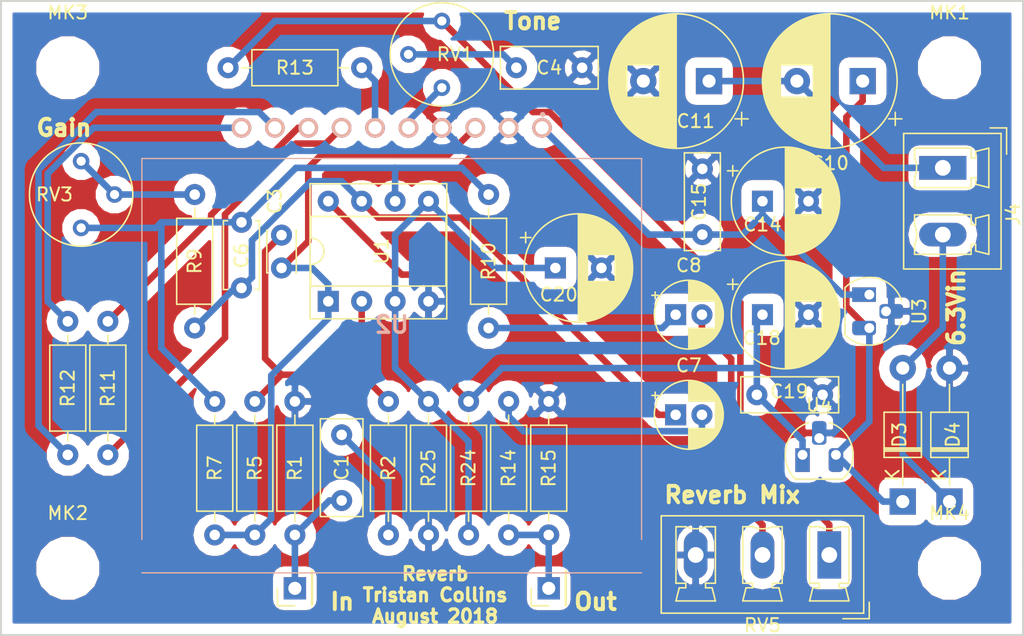
<source format=kicad_pcb>
(kicad_pcb (version 20171130) (host pcbnew "(5.0.0-3-g5ebb6b6)")
  (layers (0 F.Cu signal) (31 B.Cu signal) (34 B.Paste user) (35 F.Paste user) (36 B.SilkS user) (37 F.SilkS user) (38 B.Mask user) (39 F.Mask user) (44 Edge.Cuts user))
  (net 0 "")
  (net 1 "Net-(C6-Pad1)")
  (net 2 "Net-(C7-Pad2)")
  (net 3 "Net-(C8-Pad1)")
  (net 4 "Net-(C10-Pad1)")
  (net 5 "Net-(C10-Pad2)")
  (net 6 GNDD)
  (net 7 +5V)
  (net 8 +9V)
  (net 9 VAA)
  (net 10 "Net-(C3-Pad2)")
  (net 11 "Net-(C3-Pad1)")
  (net 12 "Net-(C6-Pad2)")
  (net 13 "Net-(R11-Pad1)")
  (net 14 "Net-(R11-Pad2)")
  (net 15 "Net-(R12-Pad2)")
  (net 16 "Net-(R12-Pad1)")
  (net 17 "Net-(R13-Pad2)")
  (net 18 "Net-(C4-Pad2)")
  (net 19 "Net-(C8-Pad2)")
  (net 20 "Net-(D3-Pad2)")
  (net 21 "Net-(C1-Pad1)")
  (net 22 "Net-(R9-Pad2)")
  (net 23 "Net-(R13-Pad1)")
  (net 24 "Net-(RV1-Pad1)")
  (net 25 /ToReverb)
  (net 26 /FromReverb)
  (module EFX-BTDR:EFXBTDR3HL (layer B.Cu) (at 140.716 109.22)
    (fp_text reference U2 (at -11.43 14.986) (layer B.SilkS) (effects (font (size 1.27 1.27) (thickness 0.254)) (justify mirror)))
    (fp_text value EFX-BTDR-3H-L hide)
    (pad 10 thru_hole circle (at -22.86 0 270) (size 1.5 1.5) (drill 1) (layers *.Cu *.Mask B.SilkS) (net 15 "Net-(R12-Pad2)"))
    (pad 9 thru_hole circle (at -20.32 0 270) (size 1.5 1.5) (drill 1) (layers *.Cu *.Mask B.SilkS) (net 16 "Net-(R12-Pad1)"))
    (pad 8 thru_hole circle (at -17.78 0 270) (size 1.5 1.5) (drill 1) (layers *.Cu *.Mask B.SilkS) (net 14 "Net-(R11-Pad2)"))
    (pad 7 thru_hole circle (at -15.24 0 270) (size 1.5 1.5) (drill 1) (layers *.Cu *.Mask B.SilkS) (net 13 "Net-(R11-Pad1)"))
    (pad 1 thru_hole circle (at 0 0 270) (size 1.5 1.5) (drill 1) (layers *.Cu *.Mask B.SilkS) (net 7 +5V))
    (pad 2 thru_hole circle (at -2.54 0 270) (size 1.5 1.5) (drill 1) (layers *.Cu *.Mask B.SilkS) (net 6 GNDD))
    (pad 3 thru_hole circle (at -5.08 0 270) (size 1.5 1.5) (drill 1) (layers *.Cu *.Mask B.SilkS) (net 11 "Net-(C3-Pad1)"))
    (pad 4 thru_hole circle (at -7.62 0 270) (size 1.5 1.5) (drill 1) (layers *.Cu *.Mask B.SilkS) (net 6 GNDD))
    (pad 5 thru_hole circle (at -10.16 0 270) (size 1.5 1.5) (drill 1) (layers *.Cu *.Mask B.SilkS) (net 24 "Net-(RV1-Pad1)"))
    (pad 6 thru_hole circle (at -12.7 0 270) (size 1.5 1.5) (drill 1) (layers *.Cu *.Mask B.SilkS) (net 17 "Net-(R13-Pad2)"))
  )
  (module Connector_Phoenix_MC_HighVoltage:PhoenixContact_MCV_1,5_3-G-5.08_1x03_P5.08mm_Vertical (layer F.Cu) (at 162.56 141.732 180)
    (fp_text reference RV5 (at 5.08 -5.35 180) (layer F.SilkS))
    (fp_text value "50k Log")
    (pad 1 thru_hole rect (at 0 0 180) (size 1.8 3.6) (drill 1.2) (layers *.Cu *.Mask) (net 23 "Net-(R13-Pad1)"))
    (pad 2 thru_hole oval (at 5.08 0 180) (size 1.8 3.6) (drill 1.2) (layers *.Cu *.Mask) (net 19 "Net-(C8-Pad2)"))
    (pad 3 thru_hole oval (at 10.16 0 180) (size 1.8 3.6) (drill 1.2) (layers *.Cu *.Mask) (net 6 GNDD))
  )
  (module Capacitor_THT:C_Rect_L7.2mm_W2.5mm_P5.00mm_FKS2_FKP2_MKS2_MKP2 (layer F.Cu) (at 152.908 112.348 270)
    (fp_text reference C15 (at 2.5 0.254 270) (layer F.SilkS))
    (fp_text value "100n 25V")
    (pad 1 thru_hole circle (at 0 0 270) (size 1.6 1.6) (drill 0.8) (layers *.Cu *.Mask) (net 6 GNDD))
    (pad 2 thru_hole circle (at 5 0 270) (size 1.6 1.6) (drill 0.8) (layers *.Cu *.Mask) (net 7 +5V))
  )
  (module Potentiometer_THT:Potentiometer_Bourns_3339P_Vertical (layer F.Cu) (at 105.664 111.76 180)
    (fp_text reference RV3 (at 2.032 -2.54 180) (layer F.SilkS))
    (fp_text value "10k Log")
    (pad 1 thru_hole circle (at 0 0 180) (size 1.26 1.26) (drill 0.7) (layers *.Cu *.Mask) (net 22 "Net-(R9-Pad2)"))
    (pad 2 thru_hole circle (at -2.54 -2.54 180) (size 1.26 1.26) (drill 0.7) (layers *.Cu *.Mask) (net 22 "Net-(R9-Pad2)"))
    (pad 3 thru_hole circle (at 0 -5.08 180) (size 1.26 1.26) (drill 0.7) (layers *.Cu *.Mask) (net 12 "Net-(C6-Pad2)"))
  )
  (module TCcustom:R_Axial_DIN0207_L6.3mm_D2.5mm_P10.16mm_Horizontal_TC (layer F.Cu) (at 135.128 130.048 270)
    (fp_text reference R24 (at 5.08 0 270) (layer F.SilkS))
    (fp_text value 100k)
    (pad 2 thru_hole oval (at 10.16 0 270) (size 1.6 1.6) (drill 0.8) (layers *.Cu *.Mask) (net 9 VAA))
    (pad 1 thru_hole circle (at 0 0 270) (size 1.6 1.6) (drill 0.8) (layers *.Cu *.Mask) (net 8 +9V))
  )
  (module Capacitor_THT:CP_Radial_D8.0mm_P3.50mm (layer F.Cu) (at 157.48 123.444)
    (fp_text reference C18 (at -0.056 1.778) (layer F.SilkS))
    (fp_text value "10u 25V")
    (pad 2 thru_hole circle (at 3.5 0) (size 1.6 1.6) (drill 0.8) (layers *.Cu *.Mask) (net 6 GNDD))
    (pad 1 thru_hole rect (at 0 0) (size 1.6 1.6) (drill 0.8) (layers *.Cu *.Mask) (net 8 +9V))
  )
  (module Capacitor_THT:CP_Radial_D8.0mm_P3.50mm (layer F.Cu) (at 157.48 114.808)
    (fp_text reference C14 (at 0 1.778) (layer F.SilkS))
    (fp_text value "10u 25V")
    (pad 2 thru_hole circle (at 3.5 0) (size 1.6 1.6) (drill 0.8) (layers *.Cu *.Mask) (net 6 GNDD))
    (pad 1 thru_hole rect (at 0 0) (size 1.6 1.6) (drill 0.8) (layers *.Cu *.Mask) (net 7 +5V))
  )
  (module Capacitor_THT:CP_Radial_D8.0mm_P3.50mm (layer F.Cu) (at 141.732 119.888)
    (fp_text reference C20 (at 0.254 2.032) (layer F.SilkS))
    (fp_text value "10u 25V")
    (pad 1 thru_hole rect (at 0 0) (size 1.6 1.6) (drill 0.8) (layers *.Cu *.Mask) (net 9 VAA))
    (pad 2 thru_hole circle (at 3.5 0) (size 1.6 1.6) (drill 0.8) (layers *.Cu *.Mask) (net 6 GNDD))
  )
  (module Diode_THT:D_T-1_P10.16mm_Horizontal (layer F.Cu) (at 168.148 137.668 90)
    (fp_text reference D3 (at 5.08 -0.254 90) (layer F.SilkS))
    (fp_text value UF4007)
    (fp_text user K (at 2.032 -0.762 90) (layer F.SilkS))
    (pad 1 thru_hole rect (at 0 0 90) (size 2 2) (drill 1) (layers *.Cu *.Mask) (net 4 "Net-(C10-Pad1)"))
    (pad 2 thru_hole oval (at 10.16 0 90) (size 2 2) (drill 1) (layers *.Cu *.Mask) (net 20 "Net-(D3-Pad2)"))
  )
  (module Diode_THT:D_T-1_P10.16mm_Horizontal (layer F.Cu) (at 171.704 137.668 90)
    (fp_text reference D4 (at 5.08 0.254 90) (layer F.SilkS))
    (fp_text value UF4007)
    (fp_text user K (at 2.032 -0.762 90) (layer F.SilkS))
    (pad 2 thru_hole oval (at 10.16 0 90) (size 2 2) (drill 1) (layers *.Cu *.Mask) (net 6 GNDD))
    (pad 1 thru_hole rect (at 0 0 90) (size 2 2) (drill 1) (layers *.Cu *.Mask) (net 20 "Net-(D3-Pad2)"))
  )
  (module TCcustom:R_Axial_DIN0207_L6.3mm_D2.5mm_P10.16mm_Horizontal_TC (layer F.Cu) (at 138.176 140.208 90)
    (fp_text reference R14 (at 5.08 0 90) (layer F.SilkS))
    (fp_text value 1k)
    (pad 2 thru_hole oval (at 10.16 0 90) (size 1.6 1.6) (drill 0.8) (layers *.Cu *.Mask) (net 2 "Net-(C7-Pad2)"))
    (pad 1 thru_hole circle (at 0 0 90) (size 1.6 1.6) (drill 0.8) (layers *.Cu *.Mask) (net 26 /FromReverb))
  )
  (module TCcustom:R_Axial_DIN0207_L6.3mm_D2.5mm_P10.16mm_Horizontal_TC (layer F.Cu) (at 104.648 134.112 90)
    (fp_text reference R12 (at 5.08 0 90) (layer F.SilkS))
    (fp_text value 9.5k)
    (pad 2 thru_hole oval (at 10.16 0 90) (size 1.6 1.6) (drill 0.8) (layers *.Cu *.Mask) (net 15 "Net-(R12-Pad2)"))
    (pad 1 thru_hole circle (at 0 0 90) (size 1.6 1.6) (drill 0.8) (layers *.Cu *.Mask) (net 16 "Net-(R12-Pad1)"))
  )
  (module Connector_Phoenix_MC_HighVoltage:PhoenixContact_MCV_1,5_2-G-5.08_1x02_P5.08mm_Vertical (layer F.Cu) (at 171.196 112.268 270)
    (fp_text reference J4 (at 3.54 -5.35 270) (layer F.SilkS))
    (fp_text value Screw_Terminal_1x02)
    (pad 1 thru_hole rect (at 0 0 270) (size 1.8 3.6) (drill 1.2) (layers *.Cu *.Mask) (net 5 "Net-(C10-Pad2)"))
    (pad 2 thru_hole oval (at 5.08 0 270) (size 1.8 3.6) (drill 1.2) (layers *.Cu *.Mask) (net 20 "Net-(D3-Pad2)"))
  )
  (module MountingHole:MountingHole_3.2mm_M3 (layer F.Cu) (at 171.704 104.648)
    (fp_text reference MK1 (at 0 -4.2) (layer F.SilkS))
    (fp_text value Mounting_Hole)
    (pad 1 np_thru_hole circle (at 0 0) (size 3.2 3.2) (drill 3.2) (layers *.Cu *.Mask))
  )
  (module MountingHole:MountingHole_3.2mm_M3 (layer F.Cu) (at 104.648 142.748)
    (fp_text reference MK2 (at 0 -4.2) (layer F.SilkS))
    (fp_text value Mounting_Hole)
    (pad 1 np_thru_hole circle (at 0 0) (size 3.2 3.2) (drill 3.2) (layers *.Cu *.Mask))
  )
  (module MountingHole:MountingHole_3.2mm_M3 (layer F.Cu) (at 104.648 104.648)
    (fp_text reference MK3 (at 0 -4.2) (layer F.SilkS))
    (fp_text value Mounting_Hole)
    (pad 1 np_thru_hole circle (at 0 0) (size 3.2 3.2) (drill 3.2) (layers *.Cu *.Mask))
  )
  (module Package_DIP:DIP-8_W7.62mm_Socket (layer F.Cu) (at 124.46 122.428 90)
    (fp_text reference U1 (at 3.81 4.064 90) (layer F.SilkS))
    (fp_text value TL072)
    (pad 1 thru_hole rect (at 0 0 90) (size 1.6 1.6) (drill 0.8) (layers *.Cu *.Mask) (net 11 "Net-(C3-Pad1)"))
    (pad 5 thru_hole oval (at 7.62 7.62 90) (size 1.6 1.6) (drill 0.8) (layers *.Cu *.Mask) (net 9 VAA))
    (pad 2 thru_hole oval (at 0 2.54 90) (size 1.6 1.6) (drill 0.8) (layers *.Cu *.Mask) (net 10 "Net-(C3-Pad2)"))
    (pad 6 thru_hole oval (at 7.62 5.08 90) (size 1.6 1.6) (drill 0.8) (layers *.Cu *.Mask) (net 12 "Net-(C6-Pad2)"))
    (pad 3 thru_hole oval (at 0 5.08 90) (size 1.6 1.6) (drill 0.8) (layers *.Cu *.Mask) (net 9 VAA))
    (pad 7 thru_hole oval (at 7.62 2.54 90) (size 1.6 1.6) (drill 0.8) (layers *.Cu *.Mask) (net 1 "Net-(C6-Pad1)"))
    (pad 4 thru_hole oval (at 0 7.62 90) (size 1.6 1.6) (drill 0.8) (layers *.Cu *.Mask) (net 6 GNDD))
    (pad 8 thru_hole oval (at 7.62 0 90) (size 1.6 1.6) (drill 0.8) (layers *.Cu *.Mask) (net 8 +9V))
  )
  (module Potentiometer_THT:Potentiometer_Bourns_3339P_Vertical (layer F.Cu) (at 133.096 106.172)
    (fp_text reference RV1 (at 1.016 -2.54) (layer F.SilkS))
    (fp_text value "5k Lin")
    (pad 1 thru_hole circle (at 0 0) (size 1.26 1.26) (drill 0.7) (layers *.Cu *.Mask) (net 24 "Net-(RV1-Pad1)"))
    (pad 2 thru_hole circle (at -2.54 -2.54) (size 1.26 1.26) (drill 0.7) (layers *.Cu *.Mask) (net 18 "Net-(C4-Pad2)"))
    (pad 3 thru_hole circle (at 0 -5.08) (size 1.26 1.26) (drill 0.7) (layers *.Cu *.Mask) (net 23 "Net-(R13-Pad1)"))
  )
  (module Capacitor_THT:C_Rect_L7.2mm_W3.0mm_P5.00mm_FKS2_FKP2_MKS2_MKP2 (layer F.Cu) (at 125.476 132.588 270)
    (fp_text reference C1 (at 2.5 0 270) (layer F.SilkS))
    (fp_text value "22n 25V")
    (pad 1 thru_hole circle (at 0 0 270) (size 1.6 1.6) (drill 0.8) (layers *.Cu *.Mask) (net 21 "Net-(C1-Pad1)"))
    (pad 2 thru_hole circle (at 5 0 270) (size 1.6 1.6) (drill 0.8) (layers *.Cu *.Mask) (net 25 /ToReverb))
  )
  (module Capacitor_THT:C_Rect_L7.2mm_W3.0mm_P5.00mm_FKS2_FKP2_MKS2_MKP2 (layer F.Cu) (at 143.764 104.648 180)
    (fp_text reference C4 (at 2.5 0 180) (layer F.SilkS))
    (fp_text value "220n 25V")
    (pad 2 thru_hole circle (at 5 0 180) (size 1.6 1.6) (drill 0.8) (layers *.Cu *.Mask) (net 18 "Net-(C4-Pad2)"))
    (pad 1 thru_hole circle (at 0 0 180) (size 1.6 1.6) (drill 0.8) (layers *.Cu *.Mask) (net 6 GNDD))
  )
  (module Capacitor_THT:C_Disc_D5.0mm_W2.5mm_P5.00mm (layer F.Cu) (at 117.856 121.412 90)
    (fp_text reference C6 (at 2.46 0 90) (layer F.SilkS))
    (fp_text value 100p)
    (pad 1 thru_hole circle (at 0 0 90) (size 1.6 1.6) (drill 0.8) (layers *.Cu *.Mask) (net 1 "Net-(C6-Pad1)"))
    (pad 2 thru_hole circle (at 5 0 90) (size 1.6 1.6) (drill 0.8) (layers *.Cu *.Mask) (net 12 "Net-(C6-Pad2)"))
  )
  (module Capacitor_THT:CP_Radial_D5.0mm_P2.00mm (layer F.Cu) (at 150.876 131.064)
    (fp_text reference C7 (at 1 -3.75) (layer F.SilkS))
    (fp_text value "1u 25V")
    (pad 1 thru_hole rect (at 0 0) (size 1.6 1.6) (drill 0.8) (layers *.Cu *.Mask) (net 1 "Net-(C6-Pad1)"))
    (pad 2 thru_hole circle (at 2 0) (size 1.6 1.6) (drill 0.8) (layers *.Cu *.Mask) (net 2 "Net-(C7-Pad2)"))
  )
  (module Capacitor_THT:CP_Radial_D5.0mm_P2.00mm (layer F.Cu) (at 150.876 123.444)
    (fp_text reference C8 (at 1 -3.75) (layer F.SilkS))
    (fp_text value "1u 25V")
    (pad 2 thru_hole circle (at 2 0) (size 1.6 1.6) (drill 0.8) (layers *.Cu *.Mask) (net 19 "Net-(C8-Pad2)"))
    (pad 1 thru_hole rect (at 0 0) (size 1.6 1.6) (drill 0.8) (layers *.Cu *.Mask) (net 3 "Net-(C8-Pad1)"))
  )
  (module Capacitor_THT:C_Rect_L7.2mm_W2.5mm_P5.00mm_FKS2_FKP2_MKS2_MKP2 (layer F.Cu) (at 162.052 129.54 180)
    (fp_text reference C19 (at 2.54 0.254 180) (layer F.SilkS))
    (fp_text value "100n 25V")
    (pad 2 thru_hole circle (at 5 0 180) (size 1.6 1.6) (drill 0.8) (layers *.Cu *.Mask) (net 8 +9V))
    (pad 1 thru_hole circle (at 0 0 180) (size 1.6 1.6) (drill 0.8) (layers *.Cu *.Mask) (net 6 GNDD))
  )
  (module TCcustom:R_Axial_DIN0207_L6.3mm_D2.5mm_P10.16mm_Horizontal_TC (layer F.Cu) (at 121.92 140.208 90)
    (fp_text reference R1 (at 5.08 0 90) (layer F.SilkS))
    (fp_text value 1Meg)
    (pad 1 thru_hole circle (at 0 0 90) (size 1.6 1.6) (drill 0.8) (layers *.Cu *.Mask) (net 25 /ToReverb))
    (pad 2 thru_hole oval (at 10.16 0 90) (size 1.6 1.6) (drill 0.8) (layers *.Cu *.Mask) (net 6 GNDD))
  )
  (module TCcustom:R_Axial_DIN0207_L6.3mm_D2.5mm_P10.16mm_Horizontal_TC (layer F.Cu) (at 129.032 130.048 270)
    (fp_text reference R2 (at 5.08 0 270) (layer F.SilkS))
    (fp_text value 100k)
    (pad 1 thru_hole circle (at 0 0 270) (size 1.6 1.6) (drill 0.8) (layers *.Cu *.Mask) (net 10 "Net-(C3-Pad2)"))
    (pad 2 thru_hole oval (at 10.16 0 270) (size 1.6 1.6) (drill 0.8) (layers *.Cu *.Mask) (net 21 "Net-(C1-Pad1)"))
  )
  (module TCcustom:R_Axial_DIN0207_L6.3mm_D2.5mm_P10.16mm_Horizontal_TC (layer F.Cu) (at 118.872 140.208 90)
    (fp_text reference R5 (at 5.08 0 90) (layer F.SilkS))
    (fp_text value 200k)
    (pad 1 thru_hole circle (at 0 0 90) (size 1.6 1.6) (drill 0.8) (layers *.Cu *.Mask) (net 11 "Net-(C3-Pad1)"))
    (pad 2 thru_hole oval (at 10.16 0 90) (size 1.6 1.6) (drill 0.8) (layers *.Cu *.Mask) (net 10 "Net-(C3-Pad2)"))
  )
  (module TCcustom:R_Axial_DIN0207_L6.3mm_D2.5mm_P10.16mm_Horizontal_TC (layer F.Cu) (at 115.824 130.048 270)
    (fp_text reference R7 (at 5.08 0 270) (layer F.SilkS))
    (fp_text value 22k)
    (pad 1 thru_hole circle (at 0 0 270) (size 1.6 1.6) (drill 0.8) (layers *.Cu *.Mask) (net 12 "Net-(C6-Pad2)"))
    (pad 2 thru_hole oval (at 10.16 0 270) (size 1.6 1.6) (drill 0.8) (layers *.Cu *.Mask) (net 11 "Net-(C3-Pad1)"))
  )
  (module TCcustom:R_Axial_DIN0207_L6.3mm_D2.5mm_P10.16mm_Horizontal_TC (layer F.Cu) (at 114.3 124.46 90)
    (fp_text reference R9 (at 5.08 0 90) (layer F.SilkS))
    (fp_text value 10k)
    (pad 1 thru_hole circle (at 0 0 90) (size 1.6 1.6) (drill 0.8) (layers *.Cu *.Mask) (net 1 "Net-(C6-Pad1)"))
    (pad 2 thru_hole oval (at 10.16 0 90) (size 1.6 1.6) (drill 0.8) (layers *.Cu *.Mask) (net 22 "Net-(R9-Pad2)"))
  )
  (module TCcustom:R_Axial_DIN0207_L6.3mm_D2.5mm_P10.16mm_Horizontal_TC (layer F.Cu) (at 136.652 124.46 90)
    (fp_text reference R10 (at 5.08 0 90) (layer F.SilkS))
    (fp_text value 20k)
    (pad 2 thru_hole oval (at 10.16 0 90) (size 1.6 1.6) (drill 0.8) (layers *.Cu *.Mask) (net 12 "Net-(C6-Pad2)"))
    (pad 1 thru_hole circle (at 0 0 90) (size 1.6 1.6) (drill 0.8) (layers *.Cu *.Mask) (net 3 "Net-(C8-Pad1)"))
  )
  (module TCcustom:R_Axial_DIN0207_L6.3mm_D2.5mm_P10.16mm_Horizontal_TC (layer F.Cu) (at 107.696 134.112 90)
    (fp_text reference R11 (at 5.08 0 90) (layer F.SilkS))
    (fp_text value 9.5k)
    (pad 1 thru_hole circle (at 0 0 90) (size 1.6 1.6) (drill 0.8) (layers *.Cu *.Mask) (net 13 "Net-(R11-Pad1)"))
    (pad 2 thru_hole oval (at 10.16 0 90) (size 1.6 1.6) (drill 0.8) (layers *.Cu *.Mask) (net 14 "Net-(R11-Pad2)"))
  )
  (module TCcustom:R_Axial_DIN0207_L6.3mm_D2.5mm_P10.16mm_Horizontal_TC (layer F.Cu) (at 116.84 104.648)
    (fp_text reference R13 (at 5.08 0) (layer F.SilkS))
    (fp_text value 4.7k)
    (pad 2 thru_hole oval (at 10.16 0) (size 1.6 1.6) (drill 0.8) (layers *.Cu *.Mask) (net 17 "Net-(R13-Pad2)"))
    (pad 1 thru_hole circle (at 0 0) (size 1.6 1.6) (drill 0.8) (layers *.Cu *.Mask) (net 23 "Net-(R13-Pad1)"))
  )
  (module TCcustom:R_Axial_DIN0207_L6.3mm_D2.5mm_P10.16mm_Horizontal_TC (layer F.Cu) (at 141.224 130.048 270)
    (fp_text reference R15 (at 5.08 0 270) (layer F.SilkS))
    (fp_text value 1Meg)
    (pad 1 thru_hole circle (at 0 0 270) (size 1.6 1.6) (drill 0.8) (layers *.Cu *.Mask) (net 6 GNDD))
    (pad 2 thru_hole oval (at 10.16 0 270) (size 1.6 1.6) (drill 0.8) (layers *.Cu *.Mask) (net 26 /FromReverb))
  )
  (module TCcustom:R_Axial_DIN0207_L6.3mm_D2.5mm_P10.16mm_Horizontal_TC (layer F.Cu) (at 132.08 130.048 270)
    (fp_text reference R25 (at 5.08 0 270) (layer F.SilkS))
    (fp_text value 100k)
    (pad 1 thru_hole circle (at 0 0 270) (size 1.6 1.6) (drill 0.8) (layers *.Cu *.Mask) (net 9 VAA))
    (pad 2 thru_hole oval (at 10.16 0 270) (size 1.6 1.6) (drill 0.8) (layers *.Cu *.Mask) (net 6 GNDD))
  )
  (module Capacitor_THT:CP_Radial_D10.0mm_P5.00mm (layer F.Cu) (at 165.1 105.664 180)
    (fp_text reference C10 (at 2.5 -6.25 180) (layer F.SilkS))
    (fp_text value "1000u 25V")
    (pad 2 thru_hole circle (at 5 0 180) (size 2 2) (drill 1) (layers *.Cu *.Mask) (net 5 "Net-(C10-Pad2)"))
    (pad 1 thru_hole rect (at 0 0 180) (size 2 2) (drill 1) (layers *.Cu *.Mask) (net 4 "Net-(C10-Pad1)"))
  )
  (module Capacitor_THT:CP_Radial_D10.0mm_P5.00mm (layer F.Cu) (at 153.416 105.664 180)
    (fp_text reference C11 (at 1.016 -3.048 180) (layer F.SilkS))
    (fp_text value "1000u 25V")
    (pad 1 thru_hole rect (at 0 0 180) (size 2 2) (drill 1) (layers *.Cu *.Mask) (net 5 "Net-(C10-Pad2)"))
    (pad 2 thru_hole circle (at 5 0 180) (size 2 2) (drill 1) (layers *.Cu *.Mask) (net 6 GNDD))
  )
  (module Connector_PinHeader_2.54mm:PinHeader_1x01_P2.54mm_Vertical (layer F.Cu) (at 121.92 144.272 90)
    (fp_text reference J9 hide)
    (fp_text value Screw_Terminal_01x01)
    (pad 1 thru_hole rect (at 0 0 90) (size 1.7 1.7) (drill 1) (layers *.Cu *.Mask) (net 25 /ToReverb))
  )
  (module Connector_PinHeader_2.54mm:PinHeader_1x01_P2.54mm_Vertical (layer F.Cu) (at 141.224 144.272 90)
    (fp_text reference J11 hide)
    (fp_text value Screw_Terminal_01x01)
    (pad 1 thru_hole rect (at 0 0 90) (size 1.7 1.7) (drill 1) (layers *.Cu *.Mask) (net 26 /FromReverb))
  )
  (module Capacitor_THT:C_Disc_D3.0mm_W2.0mm_P2.50mm (layer F.Cu) (at 120.904 119.888 90)
    (fp_text reference C3 (at 5.08 -0.508 90) (layer F.SilkS))
    (fp_text value 47p)
    (pad 1 thru_hole circle (at 0 0 90) (size 1.6 1.6) (drill 0.8) (layers *.Cu *.Mask) (net 11 "Net-(C3-Pad1)"))
    (pad 2 thru_hole circle (at 2.5 0 90) (size 1.6 1.6) (drill 0.8) (layers *.Cu *.Mask) (net 10 "Net-(C3-Pad2)"))
  )
  (module Package_TO_SOT_THT:TO-92L_HandSolder (layer F.Cu) (at 165.608 121.92 270)
    (fp_text reference U3 (at 1.27 -3.8 270) (layer F.SilkS))
    (fp_text value L78L05_TO92)
    (pad 2 thru_hole roundrect (at 1.27 -1.27 270) (size 1.1 1.8) (drill 0.75 (offset 0 -0.4)) (layers *.Cu *.Mask) (net 6 GNDD))
    (pad 3 thru_hole roundrect (at 2.54 0 270) (size 1.1 1.8) (drill 0.75 (offset 0 0.4)) (layers *.Cu *.Mask) (net 4 "Net-(C10-Pad1)"))
    (pad 1 thru_hole rect (at 0 0 270) (size 1.1 1.8) (drill 0.75 (offset 0 0.4)) (layers *.Cu *.Mask) (net 7 +5V))
  )
  (module Package_TO_SOT_THT:TO-92L_HandSolder (layer F.Cu) (at 160.528 134.112)
    (fp_text reference U4 (at 1.27 -3.8) (layer F.SilkS))
    (fp_text value L78L09_TO92)
    (pad 1 thru_hole rect (at 0 0) (size 1.1 1.8) (drill 0.75 (offset 0 0.4)) (layers *.Cu *.Mask) (net 8 +9V))
    (pad 3 thru_hole roundrect (at 2.54 0) (size 1.1 1.8) (drill 0.75 (offset 0 0.4)) (layers *.Cu *.Mask) (net 4 "Net-(C10-Pad1)"))
    (pad 2 thru_hole roundrect (at 1.27 -1.27) (size 1.1 1.8) (drill 0.75 (offset 0 -0.4)) (layers *.Cu *.Mask) (net 6 GNDD))
  )
  (module MountingHole:MountingHole_3.2mm_M3 (layer F.Cu) (at 171.704 142.748)
    (fp_text reference MK4 (at 0 -4.2) (layer F.SilkS))
    (fp_text value Mounting_Hole)
    (pad 1 np_thru_hole circle (at 0 0) (size 3.2 3.2) (drill 3.2) (layers *.Cu *.Mask))
  )
  (gr_line (start 177.292 105.156) (end 177.292 142.748) (layer Edge.Cuts) (width 0.15))
  (gr_line (start 177.292 147.828) (end 177.292 142.748) (layer Edge.Cuts) (width 0.15))
  (gr_line (start 177.292 99.568) (end 177.292 105.156) (layer Edge.Cuts) (width 0.15))
  (gr_text 6.3Vin (at 172.212 125.984 90) (layer F.SilkS) (effects (font (size 1.25 1.25) (thickness 0.3)) (justify left)))
  (gr_text Gain (at 102.108 109.22) (layer F.SilkS) (effects (font (size 1.25 1.25) (thickness 0.3)) (justify left)))
  (gr_text Tone (at 137.668 101.092) (layer F.SilkS) (effects (font (size 1.25 1.25) (thickness 0.3)) (justify left)))
  (gr_text "Reverb Mix" (at 149.86 137.16) (layer F.SilkS) (effects (font (size 1.25 1.25) (thickness 0.3)) (justify left)))
  (gr_text Out (at 144.78 145.288) (layer F.SilkS) (effects (font (size 1.25 1.25) (thickness 0.3))))
  (gr_text In (at 124.46 145.288) (layer F.SilkS) (effects (font (size 1.25 1.25) (thickness 0.3)) (justify left)))
  (gr_text "Reverb\nTristan Collins\nAugust 2018" (at 132.588 144.78) (layer F.SilkS) (effects (font (size 1 1) (thickness 0.25))))
  (gr_line (start 99.568 99.568) (end 99.568 147.828) (layer Edge.Cuts) (width 0.15))
  (gr_line (start 177.292 99.568) (end 106.68 99.568) (layer Edge.Cuts) (width 0.15))
  (gr_line (start 106.68 99.568) (end 99.568 99.568) (layer Edge.Cuts) (width 0.15))
  (gr_line (start 99.568 147.828) (end 177.292 147.828) (layer Edge.Cuts) (width 0.15))
  (segment (start 117.348 121.412) (end 117.856 121.412) (width 0.5) (layer B.Cu) (net 1))
  (segment (start 114.3 124.46) (end 117.348 121.412) (width 0.5) (layer B.Cu) (net 1))
  (segment (start 123.157998 113.284) (end 125.476 113.284) (width 0.5) (layer B.Cu) (net 1))
  (segment (start 125.476 113.284) (end 127 114.808) (width 0.5) (layer B.Cu) (net 1))
  (segment (start 118.655999 117.785999) (end 123.157998 113.284) (width 0.5) (layer B.Cu) (net 1))
  (segment (start 118.655999 120.612001) (end 118.655999 117.785999) (width 0.5) (layer B.Cu) (net 1))
  (segment (start 117.856 121.412) (end 118.655999 120.612001) (width 0.5) (layer B.Cu) (net 1))
  (segment (start 149.576 131.064) (end 150.876 131.064) (width 0.5) (layer F.Cu) (net 1))
  (segment (start 134.570001 116.058001) (end 149.576 131.064) (width 0.5) (layer F.Cu) (net 1))
  (segment (start 128.250001 116.058001) (end 134.570001 116.058001) (width 0.5) (layer F.Cu) (net 1))
  (segment (start 127 114.808) (end 128.250001 116.058001) (width 0.5) (layer F.Cu) (net 1))
  (segment (start 152.876 132.19537) (end 152.876 131.064) (width 0.5) (layer B.Cu) (net 2))
  (segment (start 139.310631 132.314001) (end 152.757369 132.314001) (width 0.5) (layer B.Cu) (net 2))
  (segment (start 138.176 131.17937) (end 139.310631 132.314001) (width 0.5) (layer B.Cu) (net 2))
  (segment (start 152.757369 132.314001) (end 152.876 132.19537) (width 0.5) (layer B.Cu) (net 2))
  (segment (start 138.176 130.048) (end 138.176 131.17937) (width 0.5) (layer B.Cu) (net 2))
  (segment (start 149.86 124.46) (end 150.876 123.444) (width 0.5) (layer B.Cu) (net 3))
  (segment (start 136.652 124.46) (end 149.86 124.46) (width 0.5) (layer B.Cu) (net 3))
  (segment (start 165.608 131.572) (end 163.068 134.112) (width 0.5) (layer B.Cu) (net 4))
  (segment (start 165.608 124.46) (end 165.608 131.572) (width 0.5) (layer B.Cu) (net 4))
  (segment (start 165.1 107.164) (end 165.1 105.664) (width 0.5) (layer F.Cu) (net 4))
  (segment (start 163.857999 108.406001) (end 165.1 107.164) (width 0.5) (layer F.Cu) (net 4))
  (segment (start 163.857999 122.830001) (end 163.857999 108.406001) (width 0.5) (layer F.Cu) (net 4))
  (segment (start 165.487998 124.46) (end 163.857999 122.830001) (width 0.5) (layer F.Cu) (net 4))
  (segment (start 165.608 124.46) (end 165.487998 124.46) (width 0.5) (layer F.Cu) (net 4))
  (segment (start 163.092 134.112) (end 163.068 134.112) (width 0.5) (layer B.Cu) (net 4))
  (segment (start 166.648 137.668) (end 163.092 134.112) (width 0.5) (layer B.Cu) (net 4))
  (segment (start 168.148 137.668) (end 166.648 137.668) (width 0.5) (layer B.Cu) (net 4))
  (segment (start 154.916 105.664) (end 160.1 105.664) (width 0.5) (layer B.Cu) (net 5))
  (segment (start 153.416 105.664) (end 154.916 105.664) (width 0.5) (layer B.Cu) (net 5))
  (segment (start 166.704 112.268) (end 171.196 112.268) (width 0.5) (layer B.Cu) (net 5))
  (segment (start 160.1 105.664) (end 166.704 112.268) (width 0.5) (layer B.Cu) (net 5))
  (segment (start 163.576 121.92) (end 157.48 115.824) (width 0.5) (layer B.Cu) (net 7))
  (segment (start 165.608 121.92) (end 163.576 121.92) (width 0.5) (layer B.Cu) (net 7))
  (segment (start 157.48 115.824) (end 157.48 114.808) (width 0.5) (layer B.Cu) (net 7))
  (segment (start 148.844 117.348) (end 152.908 117.348) (width 0.5) (layer B.Cu) (net 7))
  (segment (start 140.716 109.22) (end 148.844 117.348) (width 0.5) (layer B.Cu) (net 7))
  (segment (start 155.956 117.348) (end 157.48 115.824) (width 0.5) (layer B.Cu) (net 7))
  (segment (start 152.908 117.348) (end 155.956 117.348) (width 0.5) (layer B.Cu) (net 7))
  (segment (start 124.46 114.808) (end 130.048 120.396) (width 0.5) (layer F.Cu) (net 8))
  (segment (start 130.048 120.396) (end 133.096 120.396) (width 0.5) (layer F.Cu) (net 8))
  (segment (start 133.096 120.396) (end 134.112 121.412) (width 0.5) (layer F.Cu) (net 8))
  (segment (start 134.112 129.032) (end 135.128 130.048) (width 0.5) (layer F.Cu) (net 8))
  (segment (start 134.112 121.412) (end 134.112 129.032) (width 0.5) (layer F.Cu) (net 8))
  (segment (start 157.052 123.872) (end 157.48 123.444) (width 0.5) (layer B.Cu) (net 8))
  (segment (start 157.052 127.508) (end 157.052 123.872) (width 0.5) (layer B.Cu) (net 8))
  (segment (start 157.052 129.54) (end 157.052 127.508) (width 0.5) (layer B.Cu) (net 8))
  (segment (start 137.668 127.508) (end 157.052 127.508) (width 0.5) (layer B.Cu) (net 8))
  (segment (start 135.128 130.048) (end 137.668 127.508) (width 0.5) (layer B.Cu) (net 8))
  (segment (start 160.528 133.016) (end 160.528 134.112) (width 0.5) (layer B.Cu) (net 8))
  (segment (start 157.052 129.54) (end 160.528 133.016) (width 0.5) (layer B.Cu) (net 8))
  (segment (start 129.54 117.348) (end 132.08 114.808) (width 0.5) (layer B.Cu) (net 9))
  (segment (start 129.54 122.428) (end 129.54 117.348) (width 0.5) (layer B.Cu) (net 9))
  (segment (start 129.54 127.508) (end 132.08 130.048) (width 0.5) (layer B.Cu) (net 9))
  (segment (start 129.54 122.428) (end 129.54 127.508) (width 0.5) (layer B.Cu) (net 9))
  (segment (start 135.128 133.096) (end 132.08 130.048) (width 0.5) (layer B.Cu) (net 9))
  (segment (start 135.128 140.208) (end 135.128 133.096) (width 0.5) (layer B.Cu) (net 9))
  (segment (start 137.16 119.888) (end 132.08 114.808) (width 0.5) (layer B.Cu) (net 9))
  (segment (start 141.732 119.888) (end 137.16 119.888) (width 0.5) (layer B.Cu) (net 9))
  (segment (start 118.872 130.048) (end 120.904 128.016) (width 0.5) (layer F.Cu) (net 10))
  (segment (start 127 128.016) (end 129.032 130.048) (width 0.5) (layer F.Cu) (net 10))
  (segment (start 120.904 128.016) (end 127 128.016) (width 0.5) (layer F.Cu) (net 10))
  (segment (start 127 122.428) (end 127 128.016) (width 0.5) (layer F.Cu) (net 10))
  (segment (start 119.653999 118.638001) (end 120.904 117.388) (width 0.5) (layer F.Cu) (net 10))
  (segment (start 119.653999 126.765999) (end 119.653999 118.638001) (width 0.5) (layer F.Cu) (net 10))
  (segment (start 120.904 128.016) (end 119.653999 126.765999) (width 0.5) (layer F.Cu) (net 10))
  (segment (start 115.824 140.208) (end 118.872 140.208) (width 0.5) (layer B.Cu) (net 11))
  (segment (start 120.122001 128.065999) (end 124.46 123.728) (width 0.5) (layer B.Cu) (net 11))
  (segment (start 124.46 123.728) (end 124.46 122.428) (width 0.5) (layer B.Cu) (net 11))
  (segment (start 120.122001 138.957999) (end 120.122001 128.065999) (width 0.5) (layer B.Cu) (net 11))
  (segment (start 118.872 140.208) (end 120.122001 138.957999) (width 0.5) (layer B.Cu) (net 11))
  (segment (start 122.936 117.856) (end 122.936 112.268) (width 0.5) (layer F.Cu) (net 11))
  (segment (start 120.904 119.888) (end 122.936 117.856) (width 0.5) (layer F.Cu) (net 11))
  (segment (start 122.936 112.268) (end 123.952 111.252) (width 0.5) (layer F.Cu) (net 11))
  (segment (start 133.604 111.252) (end 135.636 109.22) (width 0.5) (layer F.Cu) (net 11))
  (segment (start 123.952 111.252) (end 133.604 111.252) (width 0.5) (layer F.Cu) (net 11))
  (segment (start 123.22 119.888) (end 120.904 119.888) (width 0.5) (layer B.Cu) (net 11))
  (segment (start 124.46 121.128) (end 123.22 119.888) (width 0.5) (layer B.Cu) (net 11))
  (segment (start 124.46 122.428) (end 124.46 121.128) (width 0.5) (layer B.Cu) (net 11))
  (segment (start 135.852001 113.500001) (end 136.652 114.3) (width 0.5) (layer B.Cu) (net 12))
  (segment (start 134.62 112.268) (end 135.852001 113.500001) (width 0.5) (layer B.Cu) (net 12))
  (segment (start 117.856 116.412) (end 122 112.268) (width 0.5) (layer B.Cu) (net 12))
  (segment (start 129.54 112.268) (end 129.54 114.808) (width 0.5) (layer B.Cu) (net 12))
  (segment (start 122 112.268) (end 129.54 112.268) (width 0.5) (layer B.Cu) (net 12))
  (segment (start 129.54 112.268) (end 134.62 112.268) (width 0.5) (layer B.Cu) (net 12))
  (segment (start 117.856 116.412) (end 111.76 116.412) (width 0.5) (layer B.Cu) (net 12))
  (segment (start 111.76 125.984) (end 111.76 116.412) (width 0.5) (layer B.Cu) (net 12))
  (segment (start 115.824 130.048) (end 111.76 125.984) (width 0.5) (layer B.Cu) (net 12))
  (segment (start 111.332 116.84) (end 111.76 116.412) (width 0.5) (layer B.Cu) (net 12))
  (segment (start 105.664 116.84) (end 111.332 116.84) (width 0.5) (layer B.Cu) (net 12))
  (segment (start 124.275999 110.420001) (end 125.476 109.22) (width 0.5) (layer F.Cu) (net 13))
  (segment (start 121.997997 110.420001) (end 124.275999 110.420001) (width 0.5) (layer F.Cu) (net 13))
  (segment (start 116.605999 115.811999) (end 121.997997 110.420001) (width 0.5) (layer F.Cu) (net 13))
  (segment (start 116.605999 125.202001) (end 116.605999 115.811999) (width 0.5) (layer F.Cu) (net 13))
  (segment (start 107.696 134.112) (end 116.605999 125.202001) (width 0.5) (layer F.Cu) (net 13))
  (segment (start 122.172002 109.22) (end 122.936 109.22) (width 0.5) (layer F.Cu) (net 14))
  (segment (start 115.550001 115.842001) (end 122.172002 109.22) (width 0.5) (layer F.Cu) (net 14))
  (segment (start 115.550001 116.097999) (end 115.550001 115.842001) (width 0.5) (layer F.Cu) (net 14))
  (segment (start 107.696 123.952) (end 115.550001 116.097999) (width 0.5) (layer F.Cu) (net 14))
  (segment (start 106.605598 109.22) (end 117.856 109.22) (width 0.5) (layer B.Cu) (net 15))
  (segment (start 103.124 112.701598) (end 106.605598 109.22) (width 0.5) (layer B.Cu) (net 15))
  (segment (start 103.124 122.428) (end 103.124 112.701598) (width 0.5) (layer B.Cu) (net 15))
  (segment (start 104.648 123.952) (end 103.124 122.428) (width 0.5) (layer B.Cu) (net 15))
  (segment (start 119.195999 108.019999) (end 120.396 109.22) (width 0.5) (layer B.Cu) (net 16))
  (segment (start 102.42399 112.411645) (end 106.815636 108.019999) (width 0.5) (layer B.Cu) (net 16))
  (segment (start 106.815636 108.019999) (end 119.195999 108.019999) (width 0.5) (layer B.Cu) (net 16))
  (segment (start 102.42399 131.88799) (end 102.42399 112.411645) (width 0.5) (layer B.Cu) (net 16))
  (segment (start 104.648 134.112) (end 102.42399 131.88799) (width 0.5) (layer B.Cu) (net 16))
  (segment (start 128.016 105.664) (end 127 104.648) (width 0.5) (layer B.Cu) (net 17))
  (segment (start 128.016 109.22) (end 128.016 105.664) (width 0.5) (layer B.Cu) (net 17))
  (segment (start 137.748 103.632) (end 138.764 104.648) (width 0.5) (layer B.Cu) (net 18))
  (segment (start 130.556 103.632) (end 137.748 103.632) (width 0.5) (layer B.Cu) (net 18))
  (segment (start 157.48 139.432) (end 157.48 141.732) (width 0.5) (layer F.Cu) (net 19))
  (segment (start 155.101989 137.053989) (end 157.48 139.432) (width 0.5) (layer F.Cu) (net 19))
  (segment (start 155.101989 126.801359) (end 155.101989 137.053989) (width 0.5) (layer F.Cu) (net 19))
  (segment (start 152.876 124.57537) (end 155.101989 126.801359) (width 0.5) (layer F.Cu) (net 19))
  (segment (start 152.876 123.444) (end 152.876 124.57537) (width 0.5) (layer F.Cu) (net 19))
  (segment (start 168.148 134.112) (end 171.704 137.668) (width 0.5) (layer B.Cu) (net 20))
  (segment (start 168.148 127.508) (end 168.148 134.112) (width 0.5) (layer B.Cu) (net 20))
  (segment (start 171.196 124.46) (end 168.148 127.508) (width 0.5) (layer B.Cu) (net 20))
  (segment (start 171.196 117.348) (end 171.196 124.46) (width 0.5) (layer B.Cu) (net 20))
  (segment (start 129.032 136.144) (end 125.476 132.588) (width 0.5) (layer B.Cu) (net 21))
  (segment (start 129.032 140.208) (end 129.032 136.144) (width 0.5) (layer B.Cu) (net 21))
  (segment (start 108.204 114.3) (end 114.3 114.3) (width 0.5) (layer B.Cu) (net 22))
  (segment (start 105.664 111.76) (end 108.204 114.3) (width 0.5) (layer B.Cu) (net 22))
  (segment (start 120.396 101.092) (end 133.096 101.092) (width 0.5) (layer B.Cu) (net 23))
  (segment (start 116.84 104.648) (end 120.396 101.092) (width 0.5) (layer B.Cu) (net 23))
  (segment (start 162.56 139.432) (end 162.56 141.732) (width 0.5) (layer F.Cu) (net 23))
  (segment (start 155.801999 132.673999) (end 162.56 139.432) (width 0.5) (layer F.Cu) (net 23))
  (segment (start 155.801999 122.529997) (end 155.801999 132.673999) (width 0.5) (layer F.Cu) (net 23))
  (segment (start 141.292001 108.019999) (end 155.801999 122.529997) (width 0.5) (layer F.Cu) (net 23))
  (segment (start 140.023999 108.019999) (end 141.292001 108.019999) (width 0.5) (layer F.Cu) (net 23))
  (segment (start 133.096 101.092) (end 140.023999 108.019999) (width 0.5) (layer F.Cu) (net 23))
  (segment (start 130.556 108.712) (end 133.096 106.172) (width 0.5) (layer B.Cu) (net 24))
  (segment (start 130.556 109.22) (end 130.556 108.712) (width 0.5) (layer B.Cu) (net 24))
  (segment (start 124.54 137.588) (end 125.476 137.588) (width 0.5) (layer B.Cu) (net 25))
  (segment (start 121.92 140.208) (end 124.54 137.588) (width 0.5) (layer B.Cu) (net 25))
  (segment (start 121.92 140.208) (end 121.92 144.272) (width 0.5) (layer B.Cu) (net 25))
  (segment (start 138.176 140.208) (end 141.224 140.208) (width 0.5) (layer B.Cu) (net 26))
  (segment (start 141.224 140.208) (end 141.224 144.272) (width 0.5) (layer B.Cu) (net 26))
  (zone (net 6) (net_name GNDD) (layer B.Cu) (connect_pads (clearance 0.8)) (min_thickness 0.254) (fill yes (arc_segments 16) (thermal_gap 0.508) (thermal_bridge_width 0.508))
    (polygon (pts (xy 99.568 99.568) (xy 99.568 147.828) (xy 177.292 147.828) (xy 177.292 99.568)))
  )
  (zone (net 6) (net_name GNDD) (layer F.Cu) (connect_pads (clearance 0.8)) (min_thickness 0.254) (fill yes (arc_segments 16) (thermal_gap 0.508) (thermal_bridge_width 0.508))
    (polygon (pts (xy 99.568 99.568) (xy 99.568 147.828) (xy 177.292 147.828) (xy 177.292 99.568)))
  )
)
</source>
